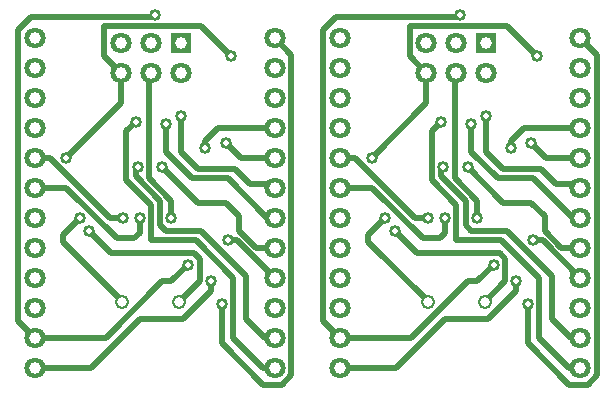
<source format=gbl>
G04 DipTrace 2.2.0.9*
%INISPduino.GBL*%
%MOIN*%
%ADD14C,0.02*%
%ADD19C,0.048*%
%ADD21C,0.0709*%
%ADD22R,0.0709X0.0709*%
%ADD23C,0.04*%
%ADD24C,0.0191*%
%ADD25C,0.032*%
%ADD26C,0.0394*%
%FSLAX44Y44*%
%SFA1B1*%
%OFA0B0*%
G04*
G70*
G90*
G75*
G01*
%LNBottom*%
%LPD*%
X12816Y5879D2*
D14*
X12502D1*
X11878Y6503D1*
Y7940D1*
X10378Y9441D1*
X9191D1*
X9003Y9628D1*
Y10441D1*
X8190Y11253D1*
Y11503D1*
X8253Y11566D1*
X12816Y4879D2*
X12440D1*
X11441Y5878D1*
Y7878D1*
X10191Y9128D1*
X8690D1*
Y10316D1*
X7878Y11128D1*
Y12753D1*
X8190Y13066D1*
X4815Y11879D2*
X5315D1*
X7315Y9878D1*
X7753D1*
X4815Y10879D2*
X5877D1*
X7565Y9191D1*
X8128D1*
X8315Y9378D1*
Y9878D1*
X8691Y14691D2*
X8628D1*
Y11191D1*
X9378Y10441D1*
Y9878D1*
X4815Y5879D2*
X7191D1*
X9066Y7753D1*
X9378D1*
X9941Y8315D1*
X8816Y16629D2*
Y16566D1*
X4690D1*
X4253Y16129D1*
Y6441D1*
X4815Y5879D1*
Y4879D2*
X6691D1*
X8315Y6503D1*
X9753D1*
X10691Y7440D1*
Y7753D1*
X11066Y7003D2*
Y5690D1*
X12441Y4315D1*
X13066D1*
X13378Y4628D1*
Y15316D1*
X12816Y15879D1*
Y12879D2*
X10941D1*
X10503Y12441D1*
Y12191D1*
X12816Y11879D2*
X11690D1*
X11191Y12378D1*
X12816Y10879D2*
Y11003D1*
X12003D1*
X11503Y11503D1*
X10253D1*
X9691Y12066D1*
Y13253D1*
X12816Y9879D2*
X12565D1*
X11253Y11191D1*
X10066D1*
X9191Y12066D1*
Y13003D1*
X12816Y8879D2*
X12190D1*
X11628Y9441D1*
Y9941D1*
X11191Y10378D1*
X10253D1*
X9066Y11566D1*
X11253Y9128D2*
X11567D1*
X12816Y7879D1*
X7691Y14691D2*
Y13691D1*
X5878Y11878D1*
X11378Y15254D2*
X10378Y16254D1*
X7128D1*
Y15254D1*
X7691Y14691D1*
X23005Y5879D2*
X22691D1*
X22067Y6503D1*
Y7940D1*
X20567Y9441D1*
X19379D1*
X19192Y9628D1*
Y10441D1*
X18379Y11253D1*
Y11503D1*
X18442Y11566D1*
X17917Y7065D2*
Y7090D1*
X15941Y9066D1*
Y9316D1*
X16504Y9878D1*
X23005Y4879D2*
X22628D1*
X21629Y5878D1*
Y7878D1*
X20379Y9128D1*
X18879D1*
Y10316D1*
X18066Y11128D1*
Y12753D1*
X18379Y13066D1*
X19817Y7065D2*
X20504Y7753D1*
Y8503D1*
X20317Y8690D1*
X17566D1*
X16816Y9441D1*
X7728Y7065D2*
Y7090D1*
X5753Y9066D1*
Y9316D1*
X6315Y9878D1*
X9628Y7065D2*
X10316Y7753D1*
Y8503D1*
X10128Y8690D1*
X7378D1*
X6628Y9441D1*
X15004Y11879D2*
X15503D1*
X17504Y9878D1*
X17941D1*
X15004Y10879D2*
X16066D1*
X17754Y9191D1*
X18317D1*
X18504Y9378D1*
Y9878D1*
X18879Y14691D2*
X18817D1*
Y11191D1*
X19567Y10441D1*
Y9878D1*
X15004Y5879D2*
X17380D1*
X19254Y7753D1*
X19567D1*
X20129Y8315D1*
X19004Y16629D2*
Y16566D1*
X14879D1*
X14441Y16129D1*
Y6441D1*
X15004Y5879D1*
Y4879D2*
X16880D1*
X18504Y6503D1*
X19942D1*
X20879Y7440D1*
Y7753D1*
X21254Y7003D2*
Y5690D1*
X22629Y4315D1*
X23255D1*
X23567Y4628D1*
Y15316D1*
X23005Y15879D1*
Y12879D2*
X21130D1*
X20692Y12441D1*
Y12191D1*
X23005Y11879D2*
X21879D1*
X21379Y12378D1*
X23005Y10879D2*
Y11003D1*
X22192D1*
X21692Y11503D1*
X20442D1*
X19879Y12066D1*
Y13253D1*
X23005Y9879D2*
X22754D1*
X21442Y11191D1*
X20254D1*
X19379Y12066D1*
Y13003D1*
X23005Y8879D2*
X22379D1*
X21817Y9441D1*
Y9941D1*
X21379Y10378D1*
X20442D1*
X19254Y11566D1*
X21442Y9128D2*
X21755D1*
X23005Y7879D1*
X17879Y14691D2*
Y13691D1*
X16066Y11878D1*
X21567Y15254D2*
X20567Y16254D1*
X17316D1*
Y15254D1*
X17879Y14691D1*
D23*
X9378Y9878D3*
X6628Y9441D3*
X9066Y11566D3*
X9941Y8315D3*
X10691Y7753D3*
X6315Y9878D3*
X11253Y9128D3*
X7753Y9878D3*
X8315D3*
X9191Y13003D3*
X9691Y13253D3*
X11191Y12378D3*
X10503Y12191D3*
X8190Y13066D3*
X8253Y11566D3*
X5878Y11878D3*
X11378Y15254D3*
X8816Y16629D3*
X11066Y7003D3*
X19567Y9878D3*
X16816Y9441D3*
X19254Y11566D3*
X20129Y8315D3*
X20879Y7753D3*
X16504Y9878D3*
X21442Y9128D3*
X17941Y9878D3*
X18504D3*
X19379Y13003D3*
X19879Y13253D3*
X21379Y12378D3*
X20692Y12191D3*
X18379Y13066D3*
X18442Y11566D3*
X16066Y11878D3*
X21567Y15254D3*
X19004Y16629D3*
X21254Y7003D3*
D19*
X9628Y7065D3*
X7728D3*
D21*
X4815Y15879D3*
Y14879D3*
Y13879D3*
Y12879D3*
Y11879D3*
Y10879D3*
Y9879D3*
Y8879D3*
Y7879D3*
Y6879D3*
Y5879D3*
Y4879D3*
X12816Y15879D3*
Y14879D3*
Y13879D3*
Y12879D3*
Y11879D3*
Y10879D3*
Y9879D3*
Y8879D3*
Y7879D3*
Y6879D3*
Y5879D3*
Y4879D3*
D22*
X9691Y15691D3*
D21*
X8691D3*
X7691D3*
Y14691D3*
X8691D3*
X9691D3*
D19*
X19817Y7065D3*
X17917D3*
D21*
X15004Y15879D3*
Y14879D3*
Y13879D3*
Y12879D3*
Y11879D3*
Y10879D3*
Y9879D3*
Y8879D3*
Y7879D3*
Y6879D3*
Y5879D3*
Y4879D3*
X23005Y15879D3*
Y14879D3*
Y13879D3*
Y12879D3*
Y11879D3*
Y10879D3*
Y9879D3*
Y8879D3*
Y7879D3*
Y6879D3*
Y5879D3*
Y4879D3*
D22*
X19879Y15691D3*
D21*
X18879D3*
X17879D3*
Y14691D3*
X18879D3*
X19879D3*
%LNBottomC*%
%LPC*%
D24*
X9378Y9878D3*
X6628Y9441D3*
X9066Y11566D3*
X9941Y8315D3*
X10691Y7753D3*
X6315Y9878D3*
X11253Y9128D3*
X7753Y9878D3*
X8315D3*
X9191Y13003D3*
X9691Y13253D3*
X11191Y12378D3*
X10503Y12191D3*
X8190Y13066D3*
X8253Y11566D3*
X5878Y11878D3*
X11378Y15254D3*
X8816Y16629D3*
X11066Y7003D3*
X19567Y9878D3*
X16816Y9441D3*
X19254Y11566D3*
X20129Y8315D3*
X20879Y7753D3*
X16504Y9878D3*
X21442Y9128D3*
X17941Y9878D3*
X18504D3*
X19379Y13003D3*
X19879Y13253D3*
X21379Y12378D3*
X20692Y12191D3*
X18379Y13066D3*
X18442Y11566D3*
X16066Y11878D3*
X21567Y15254D3*
X19004Y16629D3*
X21254Y7003D3*
D25*
X9628Y7065D3*
X7728D3*
D26*
X4815Y15879D3*
Y14879D3*
Y13879D3*
Y12879D3*
Y11879D3*
Y10879D3*
Y9879D3*
Y8879D3*
Y7879D3*
Y6879D3*
Y5879D3*
Y4879D3*
X12816Y15879D3*
Y14879D3*
Y13879D3*
Y12879D3*
Y11879D3*
Y10879D3*
Y9879D3*
Y8879D3*
Y7879D3*
Y6879D3*
Y5879D3*
Y4879D3*
X9691Y15691D3*
X8691D3*
X7691D3*
Y14691D3*
X8691D3*
X9691D3*
D25*
X19817Y7065D3*
X17917D3*
D26*
X15004Y15879D3*
Y14879D3*
Y13879D3*
Y12879D3*
Y11879D3*
Y10879D3*
Y9879D3*
Y8879D3*
Y7879D3*
Y6879D3*
Y5879D3*
Y4879D3*
X23005Y15879D3*
Y14879D3*
Y13879D3*
Y12879D3*
Y11879D3*
Y10879D3*
Y9879D3*
Y8879D3*
Y7879D3*
Y6879D3*
Y5879D3*
Y4879D3*
X19879Y15691D3*
X18879D3*
X17879D3*
Y14691D3*
X18879D3*
X19879D3*
M02*

</source>
